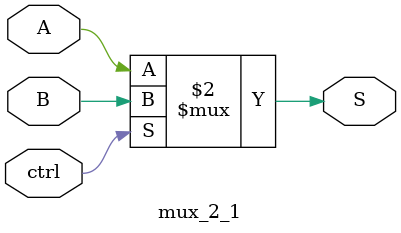
<source format=v>
`timescale 1ns / 1ps
module mux_2_1(
	input wire A,
	input wire B,
	input wire ctrl,
	output wire S
   );
	assign S=(ctrl==0)?A:B;
endmodule

</source>
